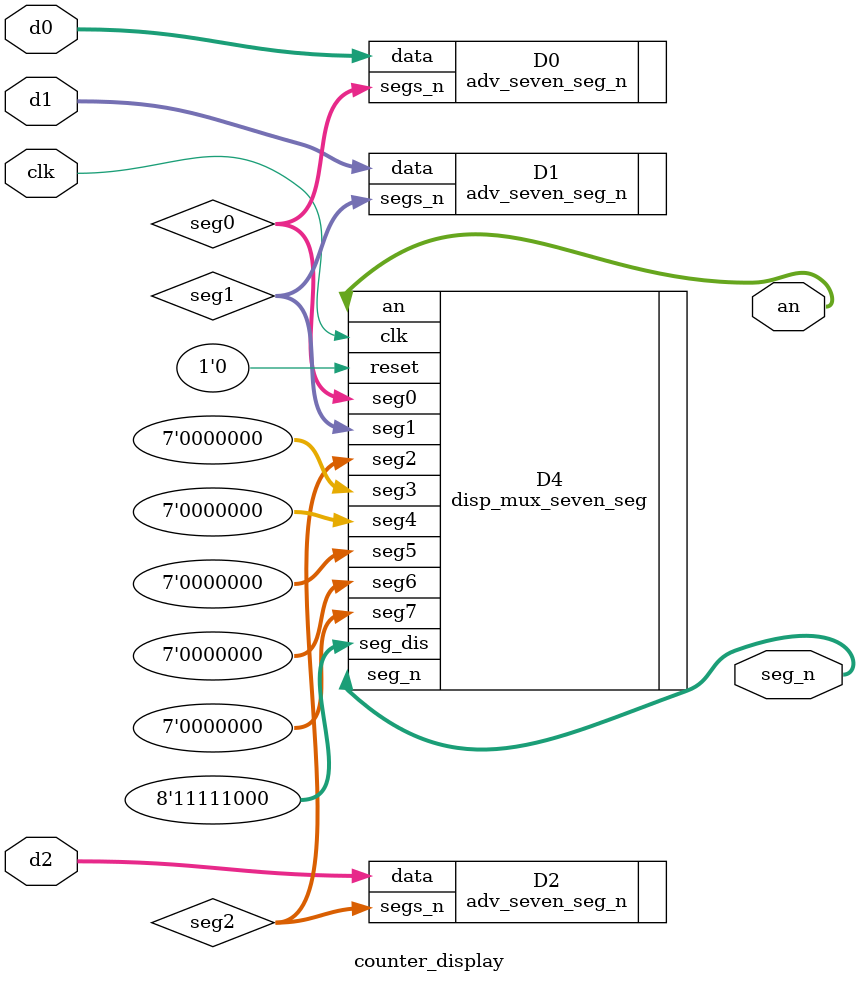
<source format=sv>
`timescale 1ns / 1ps


module counter_display(
    input logic [3:0] d0, d1, d2,
    input logic clk,
    output logic [6:0] seg_n,  //connect to board seg pin
    output logic [7:0] an      //connect to board en pin
    );
    
    // Decode the binary values d0, d1, and d2 to
    // get the representation on the seven-segement display
    logic[6:0] seg0, seg1, seg2;
    adv_seven_seg_n D0(.data(d0), .segs_n(seg0));
    adv_seven_seg_n D1(.data(d1), .segs_n(seg1));
    adv_seven_seg_n D2(.data(d2), .segs_n(seg2));


    disp_mux_seven_seg D4(.clk(clk), .reset(1'b0), 
       .seg7(7'd0),
	   .seg6(7'd0), 		    
	   .seg5(7'd0), 	
	   .seg4(7'd0), 			
       .seg3(7'd0), 		
	   .seg2(seg2),   
	   .seg1(seg1), 	
	   .seg0(seg0),	
       .seg_dis(8'b11111000), .seg_n(seg_n), .an(an)
    );
       
endmodule

</source>
